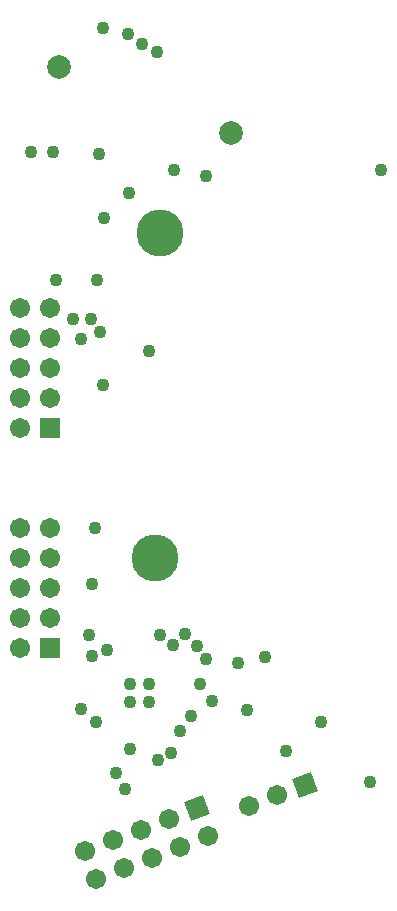
<source format=gbs>
%FSTAX25Y25*%
%MOIN*%
%SFA1B1*%

%IPPOS*%
%AMD54*
4,1,4,0.042900,-0.020000,0.020000,0.042900,-0.042900,0.020000,-0.020000,-0.042900,0.042900,-0.020000,0.0*
%
%AMD55*
4,1,4,0.043300,-0.019300,0.019300,0.043300,-0.043300,0.019300,-0.019300,-0.043300,0.043300,-0.019300,0.0*
%
%ADD51C,0.078900*%
%ADD52R,0.067100X0.067100*%
%ADD53C,0.067100*%
G04~CAMADD=54~10~0.0~670.3~0.0~0.0~0.0~0.0~0~0.0~0.0~0.0~0.0~0~0.0~0.0~0.0~0.0~0~0.0~0.0~0.0~290.0~670.3~0.0*
%ADD54D54*%
G04~CAMADD=55~10~0.0~670.3~0.0~0.0~0.0~0.0~0~0.0~0.0~0.0~0.0~0~0.0~0.0~0.0~0.0~0~0.0~0.0~0.0~291.0~670.3~0.0*
%ADD55D55*%
%ADD56C,0.157000*%
%ADD57C,0.043000*%
%LNarmboardproto-1*%
%LPD*%
G54D51*
X091663Y092337D03*
X097377Y090143D03*
G54D52*
X09135Y08028D03*
X09134Y07297D03*
G54D53*
X09035Y08028D03*
X09135Y08128D03*
X09035D03*
X09135Y08228D03*
X09035D03*
X09135Y08328D03*
X09035D03*
X09135Y08428D03*
X09035D03*
X097981Y067706D03*
X09892Y068048D03*
X096608Y066686D03*
X095316Y067262D03*
X095675Y066328D03*
X094383Y066903D03*
X094741Y06597D03*
X093449Y066545D03*
X093808Y065611D03*
X092516Y066187D03*
X092874Y065253D03*
X09034Y07697D03*
X09134D03*
X09034Y07597D03*
X09134D03*
X09034Y07497D03*
X09134D03*
X09034Y07397D03*
X09134D03*
X09034Y07297D03*
G54D54*
X09986Y06839D03*
G54D55*
X09625Y06762D03*
G54D56*
X09484Y07597D03*
X09502Y08681D03*
G54D57*
X093Y08944D03*
X09394Y09342D03*
X09441Y09308D03*
X09492Y09284D03*
X09313Y09363D03*
X09212Y08393D03*
X09315Y0873D03*
X0924Y07093D03*
X09303Y08349D03*
X094665Y071145D03*
X09403Y06961D03*
X094035Y071145D03*
X094665Y071775D03*
X094035D03*
X09355Y06881D03*
X09277Y07269D03*
X09853Y07267D03*
X09398Y08814D03*
X09286Y07697D03*
X10201Y06849D03*
X09761Y07247D03*
X0924Y08325D03*
X09271Y08393D03*
X09277Y0751D03*
X09675Y07121D03*
X09467Y08287D03*
X09156Y08522D03*
X09288Y07051D03*
X09921Y06953D03*
X1024Y08889D03*
X09146Y08949D03*
X093868Y06827D03*
X09266Y07341D03*
X09538Y06947D03*
X09494Y06922D03*
X09503Y0734D03*
X09544Y07307D03*
X09792Y07088D03*
X0957Y0702D03*
X09585Y07342D03*
X09624Y07303D03*
X09657Y07259D03*
X09634Y07175D03*
X09604Y07071D03*
X10038Y07048D03*
X09311Y08173D03*
X09071Y0895D03*
X09654Y0887D03*
X0955Y08889D03*
X09293Y08522D03*
X09324Y07291D03*
M02*
</source>
